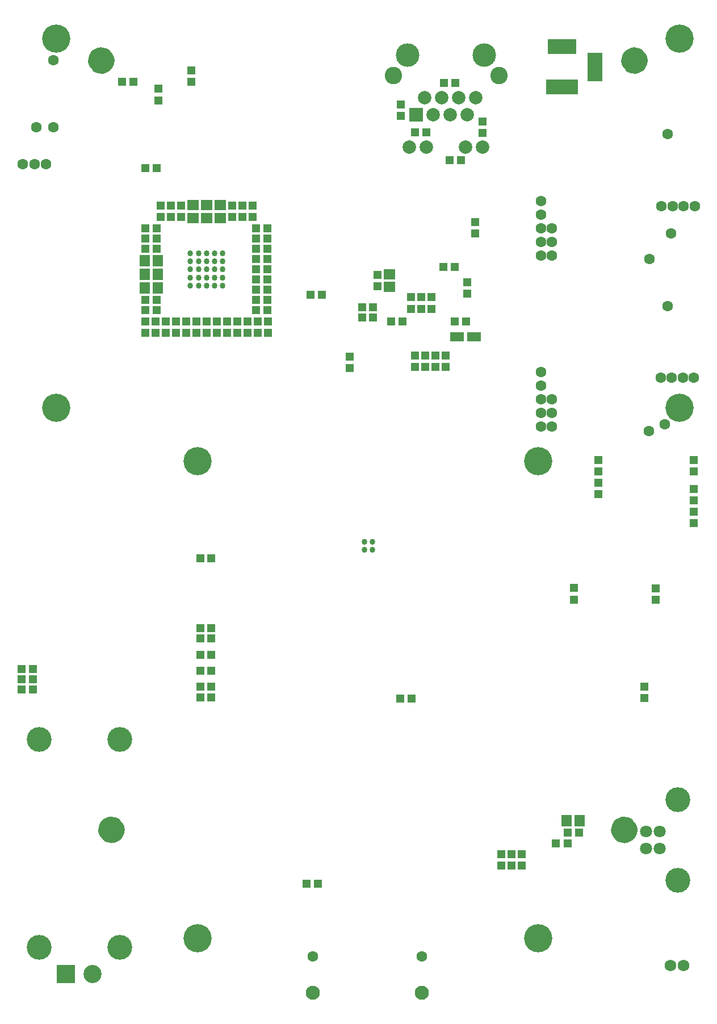
<source format=gbs>
%FSLAX42Y42*%
%MOMM*%
G71*
G01*
G75*
G04 Layer_Color=16711935*
%ADD10C,1.00*%
%ADD11C,0.25*%
%ADD12R,1.00X1.10*%
%ADD13R,0.60X2.20*%
%ADD14R,1.10X1.00*%
%ADD15C,0.90*%
%ADD16R,2.00X1.80*%
%ADD17R,4.10X4.10*%
%ADD18R,1.55X1.30*%
%ADD19R,1.50X2.15*%
%ADD20R,2.30X2.30*%
%ADD21R,0.25X1.00*%
%ADD22R,1.00X0.25*%
%ADD23R,2.20X0.60*%
%ADD24R,0.30X1.75*%
%ADD25R,1.75X0.30*%
%ADD26R,6.20X6.20*%
%ADD27R,1.35X0.60*%
%ADD28R,1.35X1.00*%
%ADD29R,1.40X0.60*%
%ADD30R,1.50X0.60*%
%ADD31R,1.85X0.35*%
%ADD32R,0.35X1.55*%
%ADD33R,1.80X0.30*%
%ADD34R,0.30X1.80*%
%ADD35R,2.03X0.66*%
%ADD36R,2.75X1.00*%
%ADD37R,1.02X1.91*%
%ADD38R,2.45X2.40*%
%ADD39R,1.80X2.40*%
%ADD40R,1.70X0.50*%
%ADD41R,2.79X3.81*%
%ADD42R,4.60X1.80*%
%ADD43R,1.80X1.60*%
%ADD44R,2.55X2.45*%
%ADD45R,1.50X1.30*%
%ADD46R,1.80X3.20*%
%ADD47R,3.30X2.20*%
%ADD48R,0.65X2.20*%
%ADD49R,5.50X1.50*%
%ADD50R,1.80X2.00*%
%ADD51R,1.30X1.50*%
%ADD52R,0.70X0.90*%
%ADD53R,0.90X0.70*%
%ADD54R,1.00X1.40*%
%ADD55R,1.30X1.55*%
%ADD56R,0.60X1.40*%
%ADD57R,2.50X1.30*%
%ADD58R,1.00X1.70*%
%ADD59R,1.70X1.30*%
%ADD60R,1.20X0.80*%
%ADD61C,0.51*%
%ADD62C,0.64*%
%ADD63C,1.02*%
%ADD64C,2.50*%
%ADD65R,2.50X2.50*%
%ADD66C,3.30*%
%ADD67C,1.80*%
%ADD68R,1.80X1.80*%
%ADD69R,4.00X2.00*%
%ADD70R,2.00X4.00*%
%ADD71R,4.50X2.00*%
%ADD72C,3.50*%
%ADD73C,1.60*%
%ADD74C,1.90*%
%ADD75C,1.40*%
%ADD76C,2.40*%
%ADD77C,1.52*%
%ADD78C,0.60*%
%ADD79C,0.66*%
%ADD80C,4.00*%
%ADD81C,0.76*%
%ADD82C,2.52*%
%ADD83C,4.32*%
%ADD84C,2.12*%
%ADD85O,4.52X2.02*%
%ADD86C,2.02*%
%ADD87C,2.92*%
%ADD88C,2.42*%
%ADD89C,1.92*%
%ADD90C,1.32*%
%ADD91C,1.82*%
%ADD92C,3.52*%
%ADD93C,3.32*%
%ADD94O,4.02X2.02*%
%ADD95O,2.02X4.02*%
%ADD96C,2.73*%
%ADD97C,1.35*%
%ADD98R,1.80X1.25*%
%ADD99C,0.10*%
%ADD100C,0.25*%
%ADD101C,0.20*%
%ADD102C,0.60*%
%ADD103C,0.13*%
%ADD104C,0.03*%
%ADD105C,0.10*%
%ADD106C,0.55*%
%ADD107C,0.15*%
%ADD108R,1.42X0.36*%
%ADD109R,0.36X1.42*%
%ADD110R,2.51X8.92*%
%ADD111C,3.39*%
%ADD112R,1.20X1.30*%
%ADD113R,0.80X2.40*%
%ADD114R,1.30X1.20*%
%ADD115C,1.10*%
%ADD116R,2.20X2.00*%
%ADD117R,4.30X4.30*%
%ADD118R,1.75X1.50*%
%ADD119R,1.65X2.30*%
%ADD120R,2.50X2.50*%
%ADD121R,0.45X1.20*%
%ADD122R,1.20X0.45*%
%ADD123R,2.40X0.80*%
%ADD124R,0.50X1.95*%
%ADD125R,1.95X0.50*%
%ADD126R,6.40X6.40*%
%ADD127R,1.55X0.80*%
%ADD128R,1.55X1.20*%
%ADD129R,1.60X0.80*%
%ADD130R,1.70X0.80*%
%ADD131R,2.05X0.55*%
%ADD132R,0.55X1.75*%
%ADD133R,2.00X0.50*%
%ADD134R,0.50X2.00*%
%ADD135R,2.24X0.86*%
%ADD136R,2.95X1.20*%
%ADD137R,1.22X2.11*%
%ADD138R,2.65X2.60*%
%ADD139R,2.00X2.60*%
%ADD140R,1.90X0.70*%
%ADD141R,3.00X4.01*%
%ADD142R,4.80X2.00*%
%ADD143R,2.00X1.80*%
%ADD144R,2.75X2.65*%
%ADD145R,1.70X1.50*%
%ADD146R,2.00X3.40*%
%ADD147R,3.50X2.40*%
%ADD148R,0.85X2.40*%
%ADD149R,5.70X1.70*%
%ADD150R,2.00X2.20*%
%ADD151R,1.50X1.70*%
%ADD152R,0.90X1.10*%
%ADD153R,1.10X0.90*%
%ADD154R,1.20X1.60*%
%ADD155R,1.50X1.75*%
%ADD156R,0.80X1.60*%
%ADD157R,2.70X1.50*%
%ADD158R,1.20X1.90*%
%ADD159R,1.90X1.50*%
%ADD160R,1.40X1.00*%
%ADD161C,2.70*%
%ADD162R,2.70X2.70*%
%ADD163C,3.50*%
%ADD164C,2.00*%
%ADD165R,2.00X2.00*%
%ADD166R,4.20X2.20*%
%ADD167R,2.20X4.20*%
%ADD168R,4.70X2.20*%
%ADD169C,3.70*%
%ADD170C,1.80*%
%ADD171C,2.10*%
%ADD172C,1.60*%
%ADD173C,2.60*%
%ADD174C,1.73*%
%ADD175C,4.20*%
%ADD176R,2.00X1.45*%
%ADD177C,0.86*%
D111*
X9354Y2654D02*
G03*
X9354Y2654I-30J0D01*
G01*
X9506Y14122D02*
G03*
X9506Y14122I-30J0D01*
G01*
X1706Y2654D02*
G03*
X1706Y2654I-30J0D01*
G01*
X1554Y14122D02*
G03*
X1554Y14122I-30J0D01*
G01*
D112*
X6660Y9724D02*
D03*
Y9554D02*
D03*
X6203Y9554D02*
D03*
Y9724D02*
D03*
X6355Y9724D02*
D03*
Y9554D02*
D03*
X6507Y9724D02*
D03*
Y9554D02*
D03*
X7213Y13214D02*
D03*
Y13044D02*
D03*
X5990Y13296D02*
D03*
Y13466D02*
D03*
X5231Y9706D02*
D03*
Y9536D02*
D03*
X7104Y11713D02*
D03*
Y11543D02*
D03*
X7645Y2290D02*
D03*
Y2120D02*
D03*
X7493Y2290D02*
D03*
Y2120D02*
D03*
X7798Y2290D02*
D03*
Y2120D02*
D03*
X2378Y13530D02*
D03*
Y13700D02*
D03*
X2332Y10230D02*
D03*
Y10060D02*
D03*
X2942Y10230D02*
D03*
Y10060D02*
D03*
X2408Y11787D02*
D03*
Y11957D02*
D03*
X3627Y11787D02*
D03*
Y11957D02*
D03*
X3094Y10230D02*
D03*
Y10060D02*
D03*
X3551Y10230D02*
D03*
Y10060D02*
D03*
X3704Y10230D02*
D03*
Y10060D02*
D03*
X3246Y10230D02*
D03*
Y10060D02*
D03*
X2789Y10230D02*
D03*
Y10060D02*
D03*
X2180Y10230D02*
D03*
Y10060D02*
D03*
X4008Y10230D02*
D03*
Y10060D02*
D03*
X3856Y10230D02*
D03*
Y10060D02*
D03*
X3780Y11787D02*
D03*
Y11957D02*
D03*
X2637Y10230D02*
D03*
Y10060D02*
D03*
X2713Y11787D02*
D03*
Y11957D02*
D03*
X2561Y11787D02*
D03*
Y11957D02*
D03*
X3475Y11787D02*
D03*
Y11957D02*
D03*
X3399Y10230D02*
D03*
Y10060D02*
D03*
X2484Y10230D02*
D03*
Y10060D02*
D03*
X6297Y10593D02*
D03*
Y10423D02*
D03*
X6449Y10593D02*
D03*
Y10423D02*
D03*
X5647Y10758D02*
D03*
Y10928D02*
D03*
X6985Y10817D02*
D03*
Y10646D02*
D03*
X6144Y10423D02*
D03*
Y10593D02*
D03*
X9627Y4620D02*
D03*
Y4790D02*
D03*
X2870Y13809D02*
D03*
Y13979D02*
D03*
X10363Y7996D02*
D03*
Y8166D02*
D03*
X8941Y7996D02*
D03*
Y8166D02*
D03*
X10363Y7566D02*
D03*
Y7736D02*
D03*
X8941Y7826D02*
D03*
Y7656D02*
D03*
X10363Y7396D02*
D03*
Y7226D02*
D03*
X8572Y6088D02*
D03*
Y6258D02*
D03*
X9792Y6086D02*
D03*
Y6256D02*
D03*
D114*
X4817Y10633D02*
D03*
X4647D02*
D03*
X6792Y10234D02*
D03*
X6962D02*
D03*
X6016D02*
D03*
X5846D02*
D03*
X2354Y12522D02*
D03*
X2184D02*
D03*
X6626Y11049D02*
D03*
X6796D02*
D03*
X6722Y12636D02*
D03*
X6892D02*
D03*
X6204Y13056D02*
D03*
X6374D02*
D03*
X6807Y13792D02*
D03*
X6637D02*
D03*
X8477Y2609D02*
D03*
X8647D02*
D03*
X8307Y2451D02*
D03*
X8477D02*
D03*
X2353Y10551D02*
D03*
X2183D02*
D03*
X2353Y11465D02*
D03*
X2183D02*
D03*
X3835Y11618D02*
D03*
X4004D02*
D03*
X3835Y11313D02*
D03*
X4004D02*
D03*
X3835Y11161D02*
D03*
X4004D02*
D03*
X3835Y10856D02*
D03*
X4004D02*
D03*
X3835Y10704D02*
D03*
X4004D02*
D03*
X3835Y10399D02*
D03*
X4004D02*
D03*
X2353Y11618D02*
D03*
X2183D02*
D03*
X2353Y10399D02*
D03*
X2183D02*
D03*
X3835Y11008D02*
D03*
X4004D02*
D03*
X2353Y11313D02*
D03*
X2183D02*
D03*
X3835Y10551D02*
D03*
X4004D02*
D03*
X3835Y11465D02*
D03*
X4004D02*
D03*
X2999Y6705D02*
D03*
X3168D02*
D03*
X2999Y5665D02*
D03*
X3168D02*
D03*
X2999Y5265D02*
D03*
X3168D02*
D03*
Y5025D02*
D03*
X2999D02*
D03*
X3168Y5505D02*
D03*
X2999D02*
D03*
Y4785D02*
D03*
X3168D02*
D03*
X2999Y4625D02*
D03*
X3168D02*
D03*
X5981Y4607D02*
D03*
X6151D02*
D03*
X4759Y1854D02*
D03*
X4589D02*
D03*
X2003Y13806D02*
D03*
X1833D02*
D03*
X334Y5055D02*
D03*
X504D02*
D03*
X334Y4902D02*
D03*
X504D02*
D03*
X334Y4750D02*
D03*
X504D02*
D03*
X5581Y10294D02*
D03*
X5412D02*
D03*
X5581Y10447D02*
D03*
X5412D02*
D03*
D145*
X3297Y11777D02*
D03*
Y11967D02*
D03*
X2891Y11777D02*
D03*
Y11967D02*
D03*
X3094Y11777D02*
D03*
Y11967D02*
D03*
X5826Y10748D02*
D03*
Y10938D02*
D03*
D151*
X8467Y2787D02*
D03*
X8657D02*
D03*
X2364Y10729D02*
D03*
X2174D02*
D03*
X2364Y10932D02*
D03*
X2174D02*
D03*
X2364Y11135D02*
D03*
X2174D02*
D03*
D161*
X1398Y505D02*
D03*
D162*
X998D02*
D03*
D163*
X6095Y14202D02*
D03*
X7238D02*
D03*
D164*
X7213Y12830D02*
D03*
X6959D02*
D03*
X6374D02*
D03*
X6120D02*
D03*
X7111Y13567D02*
D03*
X6984Y13313D02*
D03*
X6857Y13567D02*
D03*
X6730Y13313D02*
D03*
X6476D02*
D03*
X6603Y13567D02*
D03*
X6349D02*
D03*
D165*
X6222Y13313D02*
D03*
D166*
X8394Y14330D02*
D03*
D167*
X8884Y14025D02*
D03*
D168*
X8394Y13730D02*
D03*
D169*
X10124Y3103D02*
D03*
Y1899D02*
D03*
X1798Y4005D02*
D03*
X598D02*
D03*
X1798Y905D02*
D03*
X598D02*
D03*
D170*
X9853Y2376D02*
D03*
Y2626D02*
D03*
X9653Y2376D02*
D03*
Y2626D02*
D03*
D171*
X4678Y228D02*
D03*
X6303D02*
D03*
D172*
X4678Y768D02*
D03*
X6303D02*
D03*
X699Y12581D02*
D03*
X356D02*
D03*
X529D02*
D03*
X9881Y11951D02*
D03*
X10376D02*
D03*
X10363Y9391D02*
D03*
X10198D02*
D03*
X10033D02*
D03*
X9868D02*
D03*
X10211Y11951D02*
D03*
X10046D02*
D03*
X8083Y11826D02*
D03*
Y12030D02*
D03*
Y11623D02*
D03*
Y11217D02*
D03*
Y11420D02*
D03*
X8248Y11217D02*
D03*
Y11420D02*
D03*
Y11623D02*
D03*
X10020Y11544D02*
D03*
X9703Y11163D02*
D03*
X9969Y13030D02*
D03*
Y10465D02*
D03*
X9690Y8598D02*
D03*
X9931Y8700D02*
D03*
X8248Y9071D02*
D03*
Y8867D02*
D03*
Y8664D02*
D03*
X8083Y8867D02*
D03*
Y8664D02*
D03*
Y9071D02*
D03*
Y9477D02*
D03*
Y9274D02*
D03*
X554Y13127D02*
D03*
X808Y14130D02*
D03*
Y13127D02*
D03*
D173*
X5879Y13897D02*
D03*
X7454D02*
D03*
D174*
X10014Y631D02*
D03*
X10204D02*
D03*
D175*
X8040Y1034D02*
D03*
X2960D02*
D03*
Y8146D02*
D03*
X8040D02*
D03*
X10150Y14450D02*
D03*
X850D02*
D03*
Y8950D02*
D03*
X10150D02*
D03*
D176*
X7080Y10008D02*
D03*
X6830D02*
D03*
D177*
X5452Y6831D02*
D03*
Y6951D02*
D03*
X5572Y6831D02*
D03*
Y6951D02*
D03*
X3334Y11248D02*
D03*
X3214D02*
D03*
X3094D02*
D03*
X3214Y11128D02*
D03*
X3334Y11008D02*
D03*
Y11128D02*
D03*
Y10768D02*
D03*
Y10888D02*
D03*
X3214D02*
D03*
Y11008D02*
D03*
Y10768D02*
D03*
X3094Y11128D02*
D03*
X2974Y11248D02*
D03*
X3094Y11008D02*
D03*
X2974Y11128D02*
D03*
X2854D02*
D03*
Y11248D02*
D03*
X2974Y11008D02*
D03*
X3094Y10888D02*
D03*
X2974D02*
D03*
X3094Y10768D02*
D03*
X2974D02*
D03*
X2854Y10888D02*
D03*
Y11008D02*
D03*
Y10768D02*
D03*
M02*

</source>
